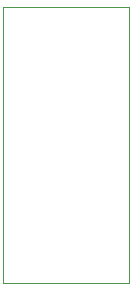
<source format=gbr>
%TF.GenerationSoftware,KiCad,Pcbnew,8.0.4*%
%TF.CreationDate,2024-10-30T15:47:18+01:00*%
%TF.ProjectId,VQFN16-Breakout,5651464e-3136-42d4-9272-65616b6f7574,rev?*%
%TF.SameCoordinates,Original*%
%TF.FileFunction,Profile,NP*%
%FSLAX46Y46*%
G04 Gerber Fmt 4.6, Leading zero omitted, Abs format (unit mm)*
G04 Created by KiCad (PCBNEW 8.0.4) date 2024-10-30 15:47:18*
%MOMM*%
%LPD*%
G01*
G04 APERTURE LIST*
%TA.AperFunction,Profile*%
%ADD10C,0.050000*%
%TD*%
G04 APERTURE END LIST*
D10*
X115316000Y-61976000D02*
X125984000Y-61976000D01*
X125984000Y-85344000D01*
X115316000Y-85344000D01*
X115316000Y-61976000D01*
M02*

</source>
